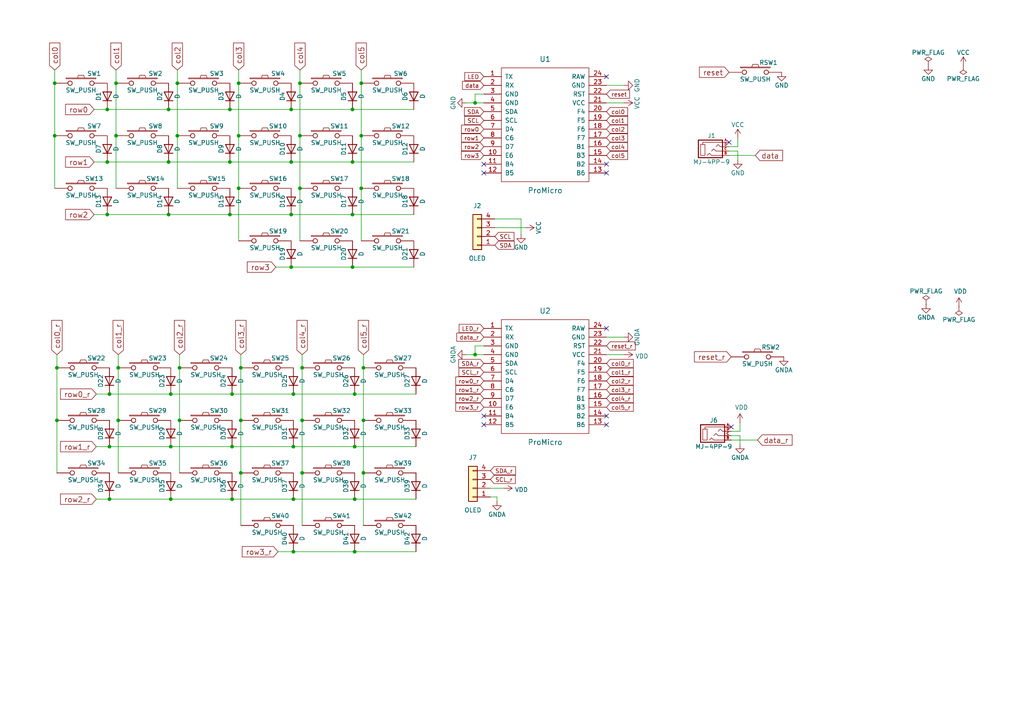
<source format=kicad_sch>
(kicad_sch (version 20211123) (generator eeschema)
  (paper "A4")
  (title_block (title "Corne Light") (date "2018-12-26") (rev "2.1") (company "foostan"))
  (lib_symbols
    (symbol "Connector_Generic:Conn_01x04" (pin_names (offset 1.016) hide)
      (property "Reference" "J" (at 0 5.08 0))
      (property "Value" "Conn_01x04" (at 0 -7.62 0))
      (symbol "Conn_01x04_1_1"
        (rectangle (start -1.27 -4.953) (end 0 -5.207) (stroke (width 0.1524)))
        (rectangle (start -1.27 -2.413) (end 0 -2.667) (stroke (width 0.1524)))
        (rectangle (start -1.27 0.127) (end 0 -0.127) (stroke (width 0.1524)))
        (rectangle (start -1.27 2.667) (end 0 2.413) (stroke (width 0.1524)))
        (rectangle (start -1.27 3.81) (end 1.27 -6.35) (stroke (width 0.254)) (fill (type background)))
        (pin passive line (at -5.08 2.54 0) (length 3.81) (name "Pin_1") (number "1"))
        (pin passive line (at -5.08 0 0) (length 3.81) (name "Pin_2") (number "2"))
        (pin passive line (at -5.08 -2.54 0) (length 3.81) (name "Pin_3") (number "3"))
        (pin passive line (at -5.08 -5.08 0) (length 3.81) (name "Pin_4") (number "4"))
      )
    )
    (symbol "Device:D" (pin_numbers hide) (pin_names (offset 1.016) hide)
      (property "Reference" "D" (at 0 2.54 0))
      (property "Value" "D" (at 0 -2.54 0))
      (symbol "D_0_1"
        (polyline (pts (xy -1.27 1.27) (xy -1.27 -1.27)) (stroke (width 0.254)))
        (polyline (pts (xy 1.27 0) (xy -1.27 0)))
        (polyline (pts (xy 1.27 1.27) (xy 1.27 -1.27) (xy -1.27 0) (xy 1.27 1.27)) (stroke (width 0.254)))
      )
      (symbol "D_1_1"
        (pin passive line (at -3.81 0 0) (length 2.54) (name "K") (number "1"))
        (pin passive line (at 3.81 0 180) (length 2.54) (name "A") (number "2"))
      )
    )
    (symbol "ferris-sweep-compact-rescue:MJ-4PP-9-kbd-corne-light-rescue" (pin_names (offset 1.016))
      (property "Reference" "J" (at 0 3.81 0))
      (property "Value" "MJ-4PP-9-kbd-corne-light-rescue" (at 0 -3.81 0))
      (symbol "MJ-4PP-9-kbd-corne-light-rescue_0_1"
        (rectangle (start -1.905 -1.905) (end -3.175 1.27))
        (polyline (pts (xy -2.54 1.27) (xy -2.54 1.905) (xy 3.175 1.905)))
        (polyline (pts (xy -1.27 -1.905) (xy -0.635 -1.27) (xy 0 -1.905) (xy 3.175 -1.905)))
        (polyline (pts (xy 0 -0.635) (xy 0.635 0) (xy 1.27 -0.635) (xy 3.175 -0.635)))
        (polyline (pts (xy 1.27 0.635) (xy 1.905 1.27) (xy 2.54 0.635) (xy 3.175 0.635)))
        (rectangle (start 3.175 2.54) (end -3.81 -2.54) (stroke (width 0.3048)))
      )
      (symbol "MJ-4PP-9-kbd-corne-light-rescue_1_1"
        (pin input line (at 5.08 1.905 180) (length 2.0066) (name "~") (number "A"))
        (pin input line (at 5.08 -1.905 180) (length 2.0066) (name "~") (number "B"))
        (pin input line (at 5.08 -0.635 180) (length 2.0066) (name "~") (number "C"))
        (pin input line (at 5.08 0.635 180) (length 2.0066) (name "~") (number "D"))
      )
    )
    (symbol "ferris-sweep-compact-rescue:ProMicro-kbd-corne-light-rescue" (pin_names (offset 1.016))
      (property "Reference" "U" (at 0 24.13 0))
      (property "Value" "ProMicro-kbd-corne-light-rescue" (at 0 -13.97 0))
      (symbol "ProMicro-kbd-corne-light-rescue_0_1"
        (rectangle (start -12.7 21.59) (end 12.7 -11.43))
      )
      (symbol "ProMicro-kbd-corne-light-rescue_1_1"
        (pin bidirectional line (at -17.78 19.05 0) (length 5.08) (name "TX") (number "1"))
        (pin bidirectional line (at -17.78 -3.81 0) (length 5.08) (name "E6") (number "10"))
        (pin bidirectional line (at -17.78 -6.35 0) (length 5.08) (name "B4") (number "11"))
        (pin bidirectional line (at -17.78 -8.89 0) (length 5.08) (name "B5") (number "12"))
        (pin bidirectional line (at 17.78 -8.89 180) (length 5.08) (name "B6") (number "13"))
        (pin bidirectional line (at 17.78 -6.35 180) (length 5.08) (name "B2") (number "14"))
        (pin bidirectional line (at 17.78 -3.81 180) (length 5.08) (name "B3") (number "15"))
        (pin bidirectional line (at 17.78 -1.27 180) (length 5.08) (name "B1") (number "16"))
        (pin bidirectional line (at 17.78 1.27 180) (length 5.08) (name "F7") (number "17"))
        (pin bidirectional line (at 17.78 3.81 180) (length 5.08) (name "F6") (number "18"))
        (pin bidirectional line (at 17.78 6.35 180) (length 5.08) (name "F5") (number "19"))
        (pin bidirectional line (at -17.78 16.51 0) (length 5.08) (name "RX") (number "2"))
        (pin bidirectional line (at 17.78 8.89 180) (length 5.08) (name "F4") (number "20"))
        (pin power_in line (at 17.78 11.43 180) (length 5.08) (name "VCC") (number "21"))
        (pin input line (at 17.78 13.97 180) (length 5.08) (name "RST") (number "22"))
        (pin power_in line (at 17.78 16.51 180) (length 5.08) (name "GND") (number "23"))
        (pin power_out line (at 17.78 19.05 180) (length 5.08) (name "RAW") (number "24"))
        (pin power_in line (at -17.78 13.97 0) (length 5.08) (name "GND") (number "3"))
        (pin power_in line (at -17.78 11.43 0) (length 5.08) (name "GND") (number "4"))
        (pin bidirectional line (at -17.78 8.89 0) (length 5.08) (name "SDA") (number "5"))
        (pin bidirectional line (at -17.78 6.35 0) (length 5.08) (name "SCL") (number "6"))
        (pin bidirectional line (at -17.78 3.81 0) (length 5.08) (name "D4") (number "7"))
        (pin bidirectional line (at -17.78 1.27 0) (length 5.08) (name "C6") (number "8"))
        (pin bidirectional line (at -17.78 -1.27 0) (length 5.08) (name "D7") (number "9"))
      )
    )
    (symbol "ferris-sweep-compact-rescue:SW_PUSH-kbd-corne-light-rescue" (pin_numbers hide) (pin_names (offset 1.016) hide)
      (property "Reference" "SW" (at 3.81 2.794 0))
      (property "Value" "SW_PUSH-kbd-corne-light-rescue" (at 0 -2.032 0))
      (symbol "SW_PUSH-kbd-corne-light-rescue_0_1"
        (rectangle (start -4.318 1.27) (end 4.318 1.524))
        (polyline (pts (xy -1.016 1.524) (xy -0.762 2.286) (xy 0.762 2.286) (xy 1.016 1.524)))
        (pin passive inverted (at -7.62 0 0) (length 5.08) (name "1") (number "1"))
        (pin passive inverted (at 7.62 0 180) (length 5.08) (name "2") (number "2"))
      )
    )
    (symbol "power:GND" (power) (pin_names (offset 0))
      (property "Value" "GND" (at 0 -3.81 0))
      (symbol "GND_0_1"
        (polyline (pts (xy 0 0) (xy 0 -1.27) (xy 1.27 -1.27) (xy 0 -2.54) (xy -1.27 -1.27) (xy 0 -1.27)))
      )
      (symbol "GND_1_1"
        (pin power_in line (at 0 0 270) (length 0) hide (name "GND") (number "1"))
      )
    )
    (symbol "power:GNDA" (power) (pin_names (offset 0))
      (property "Value" "GNDA" (at 0 -3.81 0))
      (symbol "GNDA_0_1"
        (polyline (pts (xy 0 0) (xy 0 -1.27) (xy 1.27 -1.27) (xy 0 -2.54) (xy -1.27 -1.27) (xy 0 -1.27)))
      )
      (symbol "GNDA_1_1"
        (pin power_in line (at 0 0 270) (length 0) hide (name "GNDA") (number "1"))
      )
    )
    (symbol "power:PWR_FLAG" (power) (pin_numbers hide) (pin_names (offset 0) hide)
      (property "Value" "PWR_FLAG" (at 0 3.81 0))
      (symbol "PWR_FLAG_0_0"
        (pin power_out line (at 0 0 90) (length 0) (name "pwr") (number "1"))
      )
      (symbol "PWR_FLAG_0_1"
        (polyline (pts (xy 0 0) (xy 0 1.27) (xy -1.016 1.905) (xy 0 2.54) (xy 1.016 1.905) (xy 0 1.27)))
      )
    )
    (symbol "power:VCC" (power) (pin_names (offset 0))
      (property "Value" "VCC" (at 0 3.81 0))
      (symbol "VCC_0_1"
        (polyline (pts (xy -0.762 1.27) (xy 0 2.54)))
        (polyline (pts (xy 0 0) (xy 0 2.54)))
        (polyline (pts (xy 0 2.54) (xy 0.762 1.27)))
      )
      (symbol "VCC_1_1"
        (pin power_in line (at 0 0 90) (length 0) hide (name "VCC") (number "1"))
      )
    )
    (symbol "power:VDD" (power) (pin_names (offset 0))
      (property "Value" "VDD" (at 0 3.81 0))
      (symbol "VDD_0_1"
        (polyline (pts (xy -0.762 1.27) (xy 0 2.54)))
        (polyline (pts (xy 0 0) (xy 0 2.54)))
        (polyline (pts (xy 0 2.54) (xy 0.762 1.27)))
      )
      (symbol "VDD_1_1"
        (pin power_in line (at 0 0 90) (length 0) hide (name "VDD") (number "1"))
      )
    )
  )
  (junction (at 67.31 129.54))
  (junction (at 31.115 46.99))
  (junction (at 49.53 114.3))
  (junction (at 84.455 46.99))
  (junction (at 33.655 24.13))
  (junction (at 31.115 31.75))
  (junction (at 69.85 106.68))
  (junction (at 52.07 106.68))
  (junction (at 34.29 106.68))
  (junction (at 104.775 24.13))
  (junction (at 85.09 160.02))
  (junction (at 69.215 39.37))
  (junction (at 85.09 129.54))
  (junction (at 31.75 129.54))
  (junction (at 67.31 114.3))
  (junction (at 15.875 39.37))
  (junction (at 87.63 121.92))
  (junction (at 66.675 46.99))
  (junction (at 102.235 46.99))
  (junction (at 102.235 31.75))
  (junction (at 49.53 144.78))
  (junction (at 67.31 144.78))
  (junction (at 31.75 144.78))
  (junction (at 85.09 144.78))
  (junction (at 137.795 29.845))
  (junction (at 51.435 39.37))
  (junction (at 137.795 102.87))
  (junction (at 16.51 121.92))
  (junction (at 85.09 114.3))
  (junction (at 105.41 106.68))
  (junction (at 84.455 62.23))
  (junction (at 102.87 160.02))
  (junction (at 69.215 54.61))
  (junction (at 31.115 62.23))
  (junction (at 102.87 129.54))
  (junction (at 48.895 62.23))
  (junction (at 84.455 77.47))
  (junction (at 49.53 129.54))
  (junction (at 102.235 77.47))
  (junction (at 84.455 31.75))
  (junction (at 105.41 121.92))
  (junction (at 105.41 137.16))
  (junction (at 102.87 114.3))
  (junction (at 48.895 31.75))
  (junction (at 34.29 121.92))
  (junction (at 69.85 137.16))
  (junction (at 66.675 62.23))
  (junction (at 102.235 62.23))
  (junction (at 104.775 54.61))
  (junction (at 51.435 24.13))
  (junction (at 86.995 54.61))
  (junction (at 16.51 106.68))
  (junction (at 69.85 121.92))
  (junction (at 33.655 39.37))
  (junction (at 102.87 144.78))
  (junction (at 86.995 39.37))
  (junction (at 87.63 137.16))
  (junction (at 69.215 24.13))
  (junction (at 52.07 121.92))
  (junction (at 66.675 31.75))
  (junction (at 31.75 114.3))
  (junction (at 104.775 39.37))
  (junction (at 86.995 24.13))
  (junction (at 48.895 46.99))
  (junction (at 87.63 106.68))
  (junction (at 15.875 24.13))
  (no_connect (at 175.895 123.19))
  (no_connect (at 175.895 95.25))
  (no_connect (at 175.895 50.165))
  (no_connect (at 175.895 120.65))
  (no_connect (at 140.335 120.65))
  (no_connect (at 140.335 123.19))
  (no_connect (at 140.335 50.165))
  (no_connect (at 175.895 47.625))
  (no_connect (at 140.335 47.625))
  (no_connect (at 175.895 22.225))
  (no_connect (at 211.455 41.275))
  (no_connect (at 212.09 123.825))
  (wire (pts (xy 175.895 97.79) (xy 180.975 97.79)))
  (wire (pts (xy 87.63 106.68) (xy 87.63 121.92)))
  (wire (pts (xy 34.29 102.87) (xy 34.29 106.68)))
  (wire (pts (xy 104.775 39.37) (xy 104.775 54.61)))
  (wire (pts (xy 31.75 144.78) (xy 49.53 144.78)))
  (wire (pts (xy 69.85 137.16) (xy 69.85 152.4)))
  (wire (pts (xy 69.215 24.13) (xy 69.215 39.37)))
  (wire (pts (xy 212.09 126.365) (xy 214.63 126.365)))
  (wire (pts (xy 80.645 160.02) (xy 85.09 160.02)))
  (wire (pts (xy 31.115 46.99) (xy 48.895 46.99)))
  (wire (pts (xy 31.115 62.23) (xy 48.895 62.23)))
  (wire (pts (xy 140.335 100.33) (xy 137.795 100.33)))
  (wire (pts (xy 84.455 77.47) (xy 102.235 77.47)))
  (wire (pts (xy 213.995 42.545) (xy 213.995 40.005)))
  (wire (pts (xy 48.895 62.23) (xy 66.675 62.23)))
  (wire (pts (xy 151.13 63.5) (xy 143.51 63.5)))
  (wire (pts (xy 214.63 126.365) (xy 214.63 128.905)))
  (wire (pts (xy 16.51 121.92) (xy 16.51 137.16)))
  (wire (pts (xy 27.305 62.23) (xy 31.115 62.23)))
  (wire (pts (xy 105.41 137.16) (xy 105.41 152.4)))
  (wire (pts (xy 66.675 46.99) (xy 84.455 46.99)))
  (wire (pts (xy 84.455 62.23) (xy 102.235 62.23)))
  (wire (pts (xy 102.235 46.99) (xy 120.015 46.99)))
  (wire (pts (xy 31.75 129.54) (xy 49.53 129.54)))
  (wire (pts (xy 102.235 31.75) (xy 120.015 31.75)))
  (wire (pts (xy 66.675 31.75) (xy 84.455 31.75)))
  (wire (pts (xy 102.87 129.54) (xy 120.65 129.54)))
  (wire (pts (xy 85.09 114.3) (xy 102.87 114.3)))
  (wire (pts (xy 67.31 144.78) (xy 85.09 144.78)))
  (wire (pts (xy 27.94 129.54) (xy 31.75 129.54)))
  (wire (pts (xy 175.895 24.765) (xy 180.975 24.765)))
  (wire (pts (xy 144.145 144.145) (xy 144.145 145.415)))
  (wire (pts (xy 33.655 20.32) (xy 33.655 24.13)))
  (wire (pts (xy 69.85 102.87) (xy 69.85 106.68)))
  (wire (pts (xy 31.75 114.3) (xy 49.53 114.3)))
  (wire (pts (xy 66.675 62.23) (xy 84.455 62.23)))
  (wire (pts (xy 212.09 125.095) (xy 214.63 125.095)))
  (wire (pts (xy 27.305 46.99) (xy 31.115 46.99)))
  (wire (pts (xy 51.435 20.32) (xy 51.435 24.13)))
  (wire (pts (xy 27.94 144.78) (xy 31.75 144.78)))
  (wire (pts (xy 102.87 160.02) (xy 120.65 160.02)))
  (wire (pts (xy 102.87 144.78) (xy 120.65 144.78)))
  (wire (pts (xy 52.07 102.87) (xy 52.07 106.68)))
  (wire (pts (xy 33.655 39.37) (xy 33.655 54.61)))
  (wire (pts (xy 140.335 27.305) (xy 137.795 27.305)))
  (wire (pts (xy 104.775 24.13) (xy 104.775 39.37)))
  (wire (pts (xy 104.775 20.32) (xy 104.775 24.13)))
  (wire (pts (xy 105.41 121.92) (xy 105.41 137.16)))
  (wire (pts (xy 34.29 106.68) (xy 34.29 121.92)))
  (wire (pts (xy 102.87 114.3) (xy 120.65 114.3)))
  (wire (pts (xy 143.51 66.04) (xy 152.4 66.04)))
  (wire (pts (xy 142.24 141.605) (xy 146.05 141.605)))
  (wire (pts (xy 105.41 106.68) (xy 105.41 121.92)))
  (wire (pts (xy 137.795 27.305) (xy 137.795 29.845)))
  (wire (pts (xy 137.795 100.33) (xy 137.795 102.87)))
  (wire (pts (xy 80.01 77.47) (xy 84.455 77.47)))
  (wire (pts (xy 86.995 24.13) (xy 86.995 39.37)))
  (wire (pts (xy 48.895 46.99) (xy 66.675 46.99)))
  (wire (pts (xy 49.53 144.78) (xy 67.31 144.78)))
  (wire (pts (xy 105.41 102.87) (xy 105.41 106.68)))
  (wire (pts (xy 15.875 24.13) (xy 15.875 39.37)))
  (wire (pts (xy 87.63 121.92) (xy 87.63 137.16)))
  (wire (pts (xy 151.13 67.945) (xy 151.13 63.5)))
  (wire (pts (xy 87.63 102.87) (xy 87.63 106.68)))
  (wire (pts (xy 87.63 137.16) (xy 87.63 152.4)))
  (wire (pts (xy 85.09 144.78) (xy 102.87 144.78)))
  (wire (pts (xy 51.435 24.13) (xy 51.435 39.37)))
  (wire (pts (xy 135.255 29.845) (xy 137.795 29.845)))
  (wire (pts (xy 85.09 160.02) (xy 102.87 160.02)))
  (wire (pts (xy 69.215 20.32) (xy 69.215 24.13)))
  (wire (pts (xy 137.795 29.845) (xy 140.335 29.845)))
  (wire (pts (xy 85.09 129.54) (xy 102.87 129.54)))
  (wire (pts (xy 211.455 42.545) (xy 213.995 42.545)))
  (wire (pts (xy 49.53 114.3) (xy 67.31 114.3)))
  (wire (pts (xy 175.895 29.845) (xy 180.975 29.845)))
  (wire (pts (xy 51.435 39.37) (xy 51.435 54.61)))
  (wire (pts (xy 102.235 77.47) (xy 120.015 77.47)))
  (wire (pts (xy 27.305 31.75) (xy 31.115 31.75)))
  (wire (pts (xy 211.455 43.815) (xy 213.995 43.815)))
  (wire (pts (xy 135.255 102.87) (xy 137.795 102.87)))
  (wire (pts (xy 15.875 39.37) (xy 15.875 54.61)))
  (wire (pts (xy 15.875 20.32) (xy 15.875 24.13)))
  (wire (pts (xy 214.63 125.095) (xy 214.63 122.555)))
  (wire (pts (xy 175.895 102.87) (xy 180.975 102.87)))
  (wire (pts (xy 102.235 62.23) (xy 120.015 62.23)))
  (wire (pts (xy 213.995 43.815) (xy 213.995 46.355)))
  (wire (pts (xy 67.31 114.3) (xy 85.09 114.3)))
  (wire (pts (xy 84.455 46.99) (xy 102.235 46.99)))
  (wire (pts (xy 16.51 102.87) (xy 16.51 106.68)))
  (wire (pts (xy 49.53 129.54) (xy 67.31 129.54)))
  (wire (pts (xy 211.455 45.085) (xy 219.075 45.085)))
  (wire (pts (xy 212.09 127.635) (xy 219.71 127.635)))
  (wire (pts (xy 86.995 20.32) (xy 86.995 24.13)))
  (wire (pts (xy 33.655 24.13) (xy 33.655 39.37)))
  (wire (pts (xy 69.215 39.37) (xy 69.215 54.61)))
  (wire (pts (xy 48.895 31.75) (xy 66.675 31.75)))
  (wire (pts (xy 86.995 54.61) (xy 86.995 69.85)))
  (wire (pts (xy 142.24 144.145) (xy 144.145 144.145)))
  (wire (pts (xy 86.995 39.37) (xy 86.995 54.61)))
  (wire (pts (xy 137.795 102.87) (xy 140.335 102.87)))
  (wire (pts (xy 67.31 129.54) (xy 85.09 129.54)))
  (wire (pts (xy 52.07 121.92) (xy 52.07 137.16)))
  (wire (pts (xy 31.115 31.75) (xy 48.895 31.75)))
  (wire (pts (xy 27.94 114.3) (xy 31.75 114.3)))
  (wire (pts (xy 16.51 106.68) (xy 16.51 121.92)))
  (wire (pts (xy 69.85 121.92) (xy 69.85 137.16)))
  (wire (pts (xy 104.775 54.61) (xy 104.775 69.85)))
  (wire (pts (xy 34.29 121.92) (xy 34.29 137.16)))
  (wire (pts (xy 52.07 106.68) (xy 52.07 121.92)))
  (wire (pts (xy 69.215 54.61) (xy 69.215 69.85)))
  (wire (pts (xy 84.455 31.75) (xy 102.235 31.75)))
  (wire (pts (xy 69.85 106.68) (xy 69.85 121.92)))
  (global_label "col4_r" (shape input) (at 87.63 102.87 90) (effects (font (size 1.524 1.524))) (property "Intersheet References" "${INTERSHEET_REFS}" (effects hide)))
  (global_label "SDA_r" (shape input) (at 142.24 136.525 0) (effects (font (size 1.1938 1.1938))) (property "Intersheet References" "${INTERSHEET_REFS}" (effects hide)))
  (global_label "col3" (shape input) (at 175.895 40.005 0) (effects (font (size 1.1938 1.1938))) (property "Intersheet References" "${INTERSHEET_REFS}" (effects hide)))
  (global_label "col0_r" (shape input) (at 175.895 105.41 0) (effects (font (size 1.1938 1.1938))) (property "Intersheet References" "${INTERSHEET_REFS}" (effects hide)))
  (global_label "SCL" (shape input) (at 140.335 34.925 180) (effects (font (size 1.1938 1.1938))) (property "Intersheet References" "${INTERSHEET_REFS}" (effects hide)))
  (global_label "row0_r" (shape input) (at 140.335 110.49 180) (effects (font (size 1.1938 1.1938))) (property "Intersheet References" "${INTERSHEET_REFS}" (effects hide)))
  (global_label "row2_r" (shape input) (at 27.94 144.78 180) (effects (font (size 1.524 1.524))) (property "Intersheet References" "${INTERSHEET_REFS}" (effects hide)))
  (global_label "col5" (shape input) (at 104.775 20.32 90) (effects (font (size 1.524 1.524))) (property "Intersheet References" "${INTERSHEET_REFS}" (effects hide)))
  (global_label "col3_r" (shape input) (at 175.895 113.03 0) (effects (font (size 1.1938 1.1938))) (property "Intersheet References" "${INTERSHEET_REFS}" (effects hide)))
  (global_label "row0" (shape input) (at 140.335 37.465 180) (effects (font (size 1.1938 1.1938))) (property "Intersheet References" "${INTERSHEET_REFS}" (effects hide)))
  (global_label "col2" (shape input) (at 51.435 20.32 90) (effects (font (size 1.524 1.524))) (property "Intersheet References" "${INTERSHEET_REFS}" (effects hide)))
  (global_label "reset_r" (shape input) (at 212.09 103.505 180) (effects (font (size 1.524 1.524))) (property "Intersheet References" "${INTERSHEET_REFS}" (effects hide)))
  (global_label "LED_r" (shape input) (at 140.335 95.25 180) (effects (font (size 1.1938 1.1938))) (property "Intersheet References" "${INTERSHEET_REFS}" (effects hide)))
  (global_label "row0" (shape input) (at 27.305 31.75 180) (effects (font (size 1.524 1.524))) (property "Intersheet References" "${INTERSHEET_REFS}" (effects hide)))
  (global_label "col5" (shape input) (at 175.895 45.085 0) (effects (font (size 1.1938 1.1938))) (property "Intersheet References" "${INTERSHEET_REFS}" (effects hide)))
  (global_label "col2" (shape input) (at 175.895 37.465 0) (effects (font (size 1.1938 1.1938))) (property "Intersheet References" "${INTERSHEET_REFS}" (effects hide)))
  (global_label "row2" (shape input) (at 140.335 42.545 180) (effects (font (size 1.1938 1.1938))) (property "Intersheet References" "${INTERSHEET_REFS}" (effects hide)))
  (global_label "row1" (shape input) (at 27.305 46.99 180) (effects (font (size 1.524 1.524))) (property "Intersheet References" "${INTERSHEET_REFS}" (effects hide)))
  (global_label "row3" (shape input) (at 80.01 77.47 180) (effects (font (size 1.524 1.524))) (property "Intersheet References" "${INTERSHEET_REFS}" (effects hide)))
  (global_label "col4_r" (shape input) (at 175.895 115.57 0) (effects (font (size 1.1938 1.1938))) (property "Intersheet References" "${INTERSHEET_REFS}" (effects hide)))
  (global_label "col0" (shape input) (at 175.895 32.385 0) (effects (font (size 1.1938 1.1938))) (property "Intersheet References" "${INTERSHEET_REFS}" (effects hide)))
  (global_label "reset_r" (shape input) (at 175.895 100.33 0) (effects (font (size 1.1938 1.1938))) (property "Intersheet References" "${INTERSHEET_REFS}" (effects hide)))
  (global_label "col0_r" (shape input) (at 16.51 102.87 90) (effects (font (size 1.524 1.524))) (property "Intersheet References" "${INTERSHEET_REFS}" (effects hide)))
  (global_label "col5_r" (shape input) (at 175.895 118.11 0) (effects (font (size 1.1938 1.1938))) (property "Intersheet References" "${INTERSHEET_REFS}" (effects hide)))
  (global_label "SDA" (shape input) (at 140.335 32.385 180) (effects (font (size 1.1938 1.1938))) (property "Intersheet References" "${INTERSHEET_REFS}" (effects hide)))
  (global_label "SDA" (shape input) (at 143.51 71.12 0) (effects (font (size 1.1938 1.1938))) (property "Intersheet References" "${INTERSHEET_REFS}" (effects hide)))
  (global_label "col4" (shape input) (at 86.995 20.32 90) (effects (font (size 1.524 1.524))) (property "Intersheet References" "${INTERSHEET_REFS}" (effects hide)))
  (global_label "data_r" (shape input) (at 219.71 127.635 0) (effects (font (size 1.524 1.524))) (property "Intersheet References" "${INTERSHEET_REFS}" (effects hide)))
  (global_label "col3" (shape input) (at 69.215 20.32 90) (effects (font (size 1.524 1.524))) (property "Intersheet References" "${INTERSHEET_REFS}" (effects hide)))
  (global_label "row0_r" (shape input) (at 27.94 114.3 180) (effects (font (size 1.524 1.524))) (property "Intersheet References" "${INTERSHEET_REFS}" (effects hide)))
  (global_label "col1" (shape input) (at 175.895 34.925 0) (effects (font (size 1.1938 1.1938))) (property "Intersheet References" "${INTERSHEET_REFS}" (effects hide)))
  (global_label "col5_r" (shape input) (at 105.41 102.87 90) (effects (font (size 1.524 1.524))) (property "Intersheet References" "${INTERSHEET_REFS}" (effects hide)))
  (global_label "col1_r" (shape input) (at 34.29 102.87 90) (effects (font (size 1.524 1.524))) (property "Intersheet References" "${INTERSHEET_REFS}" (effects hide)))
  (global_label "col3_r" (shape input) (at 69.85 102.87 90) (effects (font (size 1.524 1.524))) (property "Intersheet References" "${INTERSHEET_REFS}" (effects hide)))
  (global_label "LED" (shape input) (at 140.335 22.225 180) (effects (font (size 1.1938 1.1938))) (property "Intersheet References" "${INTERSHEET_REFS}" (effects hide)))
  (global_label "SCL_r" (shape input) (at 142.24 139.065 0) (effects (font (size 1.1938 1.1938))) (property "Intersheet References" "${INTERSHEET_REFS}" (effects hide)))
  (global_label "col0" (shape input) (at 15.875 20.32 90) (effects (font (size 1.524 1.524))) (property "Intersheet References" "${INTERSHEET_REFS}" (effects hide)))
  (global_label "reset" (shape input) (at 211.455 20.955 180) (effects (font (size 1.524 1.524))) (property "Intersheet References" "${INTERSHEET_REFS}" (effects hide)))
  (global_label "SCL" (shape input) (at 143.51 68.58 0) (effects (font (size 1.1938 1.1938))) (property "Intersheet References" "${INTERSHEET_REFS}" (effects hide)))
  (global_label "col1" (shape input) (at 33.655 20.32 90) (effects (font (size 1.524 1.524))) (property "Intersheet References" "${INTERSHEET_REFS}" (effects hide)))
  (global_label "row3_r" (shape input) (at 80.645 160.02 180) (effects (font (size 1.524 1.524))) (property "Intersheet References" "${INTERSHEET_REFS}" (effects hide)))
  (global_label "SDA_r" (shape input) (at 140.335 105.41 180) (effects (font (size 1.1938 1.1938))) (property "Intersheet References" "${INTERSHEET_REFS}" (effects hide)))
  (global_label "row3_r" (shape input) (at 140.335 118.11 180) (effects (font (size 1.1938 1.1938))) (property "Intersheet References" "${INTERSHEET_REFS}" (effects hide)))
  (global_label "row2_r" (shape input) (at 140.335 115.57 180) (effects (font (size 1.1938 1.1938))) (property "Intersheet References" "${INTERSHEET_REFS}" (effects hide)))
  (global_label "row1_r" (shape input) (at 140.335 113.03 180) (effects (font (size 1.1938 1.1938))) (property "Intersheet References" "${INTERSHEET_REFS}" (effects hide)))
  (global_label "row2" (shape input) (at 27.305 62.23 180) (effects (font (size 1.524 1.524))) (property "Intersheet References" "${INTERSHEET_REFS}" (effects hide)))
  (global_label "row3" (shape input) (at 140.335 45.085 180) (effects (font (size 1.1938 1.1938))) (property "Intersheet References" "${INTERSHEET_REFS}" (effects hide)))
  (global_label "row1_r" (shape input) (at 27.94 129.54 180) (effects (font (size 1.524 1.524))) (property "Intersheet References" "${INTERSHEET_REFS}" (effects hide)))
  (global_label "data" (shape input) (at 219.075 45.085 0) (effects (font (size 1.524 1.524))) (property "Intersheet References" "${INTERSHEET_REFS}" (effects hide)))
  (global_label "data_r" (shape input) (at 140.335 97.79 180) (effects (font (size 1.1938 1.1938))) (property "Intersheet References" "${INTERSHEET_REFS}" (effects hide)))
  (global_label "data" (shape input) (at 140.335 24.765 180) (effects (font (size 1.1938 1.1938))) (property "Intersheet References" "${INTERSHEET_REFS}" (effects hide)))
  (global_label "row1" (shape input) (at 140.335 40.005 180) (effects (font (size 1.1938 1.1938))) (property "Intersheet References" "${INTERSHEET_REFS}" (effects hide)))
  (global_label "SCL_r" (shape input) (at 140.335 107.95 180) (effects (font (size 1.1938 1.1938))) (property "Intersheet References" "${INTERSHEET_REFS}" (effects hide)))
  (global_label "col2_r" (shape input) (at 175.895 110.49 0) (effects (font (size 1.1938 1.1938))) (property "Intersheet References" "${INTERSHEET_REFS}" (effects hide)))
  (global_label "col2_r" (shape input) (at 52.07 102.87 90) (effects (font (size 1.524 1.524))) (property "Intersheet References" "${INTERSHEET_REFS}" (effects hide)))
  (global_label "col4" (shape input) (at 175.895 42.545 0) (effects (font (size 1.1938 1.1938))) (property "Intersheet References" "${INTERSHEET_REFS}" (effects hide)))
  (global_label "col1_r" (shape input) (at 175.895 107.95 0) (effects (font (size 1.1938 1.1938))) (property "Intersheet References" "${INTERSHEET_REFS}" (effects hide)))
  (global_label "reset" (shape input) (at 175.895 27.305 0) (effects (font (size 1.1938 1.1938))) (property "Intersheet References" "${INTERSHEET_REFS}" (effects hide)))
  (symbol (lib_id "ferris-sweep-compact-rescue:ProMicro-kbd-corne-light-rescue") (at 158.115 41.275 0) (unit 1)
    (property "Reference" "U1" (at 158.115 17.145 0) (effects (font (size 1.524 1.524))))
    (property "Value" "ProMicro" (at 158.115 55.245 0) (effects (font (size 1.524 1.524))))
    (property "Footprint" "kbd:ProMicro_v2_1side" (effects hide))
  )
  (symbol (lib_id "ferris-sweep-compact-rescue:SW_PUSH-kbd-corne-light-rescue") (at 41.275 24.13 0) (unit 1)
    (property "Reference" "SW2" (at 45.085 21.336 0))
    (property "Value" "SW_PUSH" (at 41.275 26.162 0))
    (property "Footprint" "kbd:CherryMX_Choc_1u" (effects hide))
  )
  (symbol (lib_id "Device:D") (at 48.895 27.94 90) (unit 1)
    (property "Reference" "D2" (at 46.355 27.94 0))
    (property "Value" "D" (at 51.435 27.94 0))
    (property "Footprint" "kbd:D3_TH" (effects hide))
  )
  (symbol (lib_id "ferris-sweep-compact-rescue:SW_PUSH-kbd-corne-light-rescue") (at 59.055 24.13 0) (unit 1)
    (property "Reference" "SW3" (at 62.865 21.336 0))
    (property "Value" "SW_PUSH" (at 59.055 26.162 0))
    (property "Footprint" "kbd:CherryMX_Choc_1u" (effects hide))
  )
  (symbol (lib_id "Device:D") (at 66.675 27.94 90) (unit 1)
    (property "Reference" "D3" (at 64.135 27.94 0))
    (property "Value" "D" (at 69.215 27.94 0))
    (property "Footprint" "kbd:D3_TH" (effects hide))
  )
  (symbol (lib_id "ferris-sweep-compact-rescue:SW_PUSH-kbd-corne-light-rescue") (at 76.835 24.13 0) (unit 1)
    (property "Reference" "SW4" (at 80.645 21.336 0))
    (property "Value" "SW_PUSH" (at 76.835 26.162 0))
    (property "Footprint" "kbd:CherryMX_Choc_1u" (effects hide))
  )
  (symbol (lib_id "ferris-sweep-compact-rescue:SW_PUSH-kbd-corne-light-rescue") (at 94.615 24.13 0) (unit 1)
    (property "Reference" "SW5" (at 98.425 21.336 0))
    (property "Value" "SW_PUSH" (at 94.615 26.162 0))
    (property "Footprint" "kbd:CherryMX_Choc_1u" (effects hide))
  )
  (symbol (lib_id "ferris-sweep-compact-rescue:SW_PUSH-kbd-corne-light-rescue") (at 112.395 24.13 0) (unit 1)
    (property "Reference" "SW6" (at 116.205 21.336 0))
    (property "Value" "SW_PUSH" (at 112.395 26.162 0))
    (property "Footprint" "kbd:CherryMX_Choc_1u" (effects hide))
  )
  (symbol (lib_id "Device:D") (at 84.455 27.94 90) (unit 1)
    (property "Reference" "D4" (at 81.915 27.94 0))
    (property "Value" "D" (at 86.995 27.94 0))
    (property "Footprint" "kbd:D3_TH" (effects hide))
  )
  (symbol (lib_id "Device:D") (at 102.235 27.94 90) (unit 1)
    (property "Reference" "D5" (at 99.695 27.94 0))
    (property "Value" "D" (at 104.775 27.94 0))
    (property "Footprint" "kbd:D3_TH" (effects hide))
  )
  (symbol (lib_id "Device:D") (at 120.015 27.94 90) (unit 1)
    (property "Reference" "D6" (at 117.475 27.94 0))
    (property "Value" "D" (at 122.555 27.94 0))
    (property "Footprint" "kbd:D3_TH" (effects hide))
  )
  (symbol (lib_id "ferris-sweep-compact-rescue:SW_PUSH-kbd-corne-light-rescue") (at 23.495 24.13 0) (unit 1)
    (property "Reference" "SW1" (at 27.305 21.336 0))
    (property "Value" "SW_PUSH" (at 23.495 26.162 0))
    (property "Footprint" "kbd:CherryMX_Choc_1u" (effects hide))
  )
  (symbol (lib_id "Device:D") (at 31.115 27.94 90) (unit 1)
    (property "Reference" "D1" (at 28.575 27.94 0))
    (property "Value" "D" (at 33.655 27.94 0))
    (property "Footprint" "kbd:D3_TH" (effects hide))
  )
  (symbol (lib_id "ferris-sweep-compact-rescue:SW_PUSH-kbd-corne-light-rescue") (at 41.275 39.37 0) (unit 1)
    (property "Reference" "SW8" (at 45.085 36.576 0))
    (property "Value" "SW_PUSH" (at 41.275 41.402 0))
    (property "Footprint" "kbd:CherryMX_Choc_1u" (effects hide))
  )
  (symbol (lib_id "Device:D") (at 48.895 43.18 90) (unit 1)
    (property "Reference" "D8" (at 46.355 43.18 0))
    (property "Value" "D" (at 51.435 43.18 0))
    (property "Footprint" "kbd:D3_TH" (effects hide))
  )
  (symbol (lib_id "ferris-sweep-compact-rescue:SW_PUSH-kbd-corne-light-rescue") (at 59.055 39.37 0) (unit 1)
    (property "Reference" "SW9" (at 62.865 36.576 0))
    (property "Value" "SW_PUSH" (at 59.055 41.402 0))
    (property "Footprint" "kbd:CherryMX_Choc_1u" (effects hide))
  )
  (symbol (lib_id "Device:D") (at 66.675 43.18 90) (unit 1)
    (property "Reference" "D9" (at 64.135 43.18 0))
    (property "Value" "D" (at 69.215 43.18 0))
    (property "Footprint" "kbd:D3_TH" (effects hide))
  )
  (symbol (lib_id "ferris-sweep-compact-rescue:SW_PUSH-kbd-corne-light-rescue") (at 76.835 39.37 0) (unit 1)
    (property "Reference" "SW10" (at 80.645 36.576 0))
    (property "Value" "SW_PUSH" (at 76.835 41.402 0))
    (property "Footprint" "kbd:CherryMX_Choc_1u" (effects hide))
  )
  (symbol (lib_id "ferris-sweep-compact-rescue:SW_PUSH-kbd-corne-light-rescue") (at 94.615 39.37 0) (unit 1)
    (property "Reference" "SW11" (at 98.425 36.576 0))
    (property "Value" "SW_PUSH" (at 94.615 41.402 0))
    (property "Footprint" "kbd:CherryMX_Choc_1u" (effects hide))
  )
  (symbol (lib_id "ferris-sweep-compact-rescue:SW_PUSH-kbd-corne-light-rescue") (at 112.395 39.37 0) (unit 1)
    (property "Reference" "SW12" (at 116.205 36.576 0))
    (property "Value" "SW_PUSH" (at 112.395 41.402 0))
    (property "Footprint" "kbd:CherryMX_Choc_1u" (effects hide))
  )
  (symbol (lib_id "Device:D") (at 84.455 43.18 90) (unit 1)
    (property "Reference" "D10" (at 81.915 43.18 0))
    (property "Value" "D" (at 86.995 43.18 0))
    (property "Footprint" "kbd:D3_TH" (effects hide))
  )
  (symbol (lib_id "Device:D") (at 102.235 43.18 90) (unit 1)
    (property "Reference" "D11" (at 99.695 43.18 0))
    (property "Value" "D" (at 104.775 43.18 0))
    (property "Footprint" "kbd:D3_TH" (effects hide))
  )
  (symbol (lib_id "Device:D") (at 120.015 43.18 90) (unit 1)
    (property "Reference" "D12" (at 117.475 43.18 0))
    (property "Value" "D" (at 122.555 43.18 0))
    (property "Footprint" "kbd:D3_TH" (effects hide))
  )
  (symbol (lib_id "ferris-sweep-compact-rescue:SW_PUSH-kbd-corne-light-rescue") (at 23.495 39.37 0) (unit 1)
    (property "Reference" "SW7" (at 27.305 36.576 0))
    (property "Value" "SW_PUSH" (at 23.495 41.402 0))
    (property "Footprint" "kbd:CherryMX_Choc_1u" (effects hide))
  )
  (symbol (lib_id "Device:D") (at 31.115 43.18 90) (unit 1)
    (property "Reference" "D7" (at 28.575 43.18 0))
    (property "Value" "D" (at 33.655 43.18 0))
    (property "Footprint" "kbd:D3_TH" (effects hide))
  )
  (symbol (lib_id "ferris-sweep-compact-rescue:SW_PUSH-kbd-corne-light-rescue") (at 41.275 54.61 0) (unit 1)
    (property "Reference" "SW14" (at 45.085 51.816 0))
    (property "Value" "SW_PUSH" (at 41.275 56.642 0))
    (property "Footprint" "kbd:CherryMX_Choc_1u" (effects hide))
  )
  (symbol (lib_id "Device:D") (at 48.895 58.42 90) (unit 1)
    (property "Reference" "D14" (at 46.355 58.42 0))
    (property "Value" "D" (at 51.435 58.42 0))
    (property "Footprint" "kbd:D3_TH" (effects hide))
  )
  (symbol (lib_id "ferris-sweep-compact-rescue:SW_PUSH-kbd-corne-light-rescue") (at 59.055 54.61 0) (unit 1)
    (property "Reference" "SW15" (at 62.865 51.816 0))
    (property "Value" "SW_PUSH" (at 59.055 56.642 0))
    (property "Footprint" "kbd:CherryMX_Choc_1u" (effects hide))
  )
  (symbol (lib_id "Device:D") (at 66.675 58.42 90) (unit 1)
    (property "Reference" "D15" (at 64.135 58.42 0))
    (property "Value" "D" (at 69.215 58.42 0))
    (property "Footprint" "kbd:D3_TH" (effects hide))
  )
  (symbol (lib_id "ferris-sweep-compact-rescue:SW_PUSH-kbd-corne-light-rescue") (at 76.835 54.61 0) (unit 1)
    (property "Reference" "SW16" (at 80.645 51.816 0))
    (property "Value" "SW_PUSH" (at 76.835 56.642 0))
    (property "Footprint" "kbd:CherryMX_Choc_1u" (effects hide))
  )
  (symbol (lib_id "ferris-sweep-compact-rescue:SW_PUSH-kbd-corne-light-rescue") (at 94.615 54.61 0) (unit 1)
    (property "Reference" "SW17" (at 98.425 51.816 0))
    (property "Value" "SW_PUSH" (at 94.615 56.642 0))
    (property "Footprint" "kbd:CherryMX_Choc_1u" (effects hide))
  )
  (symbol (lib_id "ferris-sweep-compact-rescue:SW_PUSH-kbd-corne-light-rescue") (at 112.395 54.61 0) (unit 1)
    (property "Reference" "SW18" (at 116.205 51.816 0))
    (property "Value" "SW_PUSH" (at 112.395 56.642 0))
    (property "Footprint" "kbd:CherryMX_Choc_1u" (effects hide))
  )
  (symbol (lib_id "Device:D") (at 84.455 58.42 90) (unit 1)
    (property "Reference" "D16" (at 81.915 58.42 0))
    (property "Value" "D" (at 86.995 58.42 0))
    (property "Footprint" "kbd:D3_TH" (effects hide))
  )
  (symbol (lib_id "Device:D") (at 102.235 58.42 90) (unit 1)
    (property "Reference" "D17" (at 99.695 58.42 0))
    (property "Value" "D" (at 104.775 58.42 0))
    (property "Footprint" "kbd:D3_TH" (effects hide))
  )
  (symbol (lib_id "Device:D") (at 120.015 58.42 90) (unit 1)
    (property "Reference" "D18" (at 117.475 58.42 0))
    (property "Value" "D" (at 122.555 58.42 0))
    (property "Footprint" "kbd:D3_TH" (effects hide))
  )
  (symbol (lib_id "ferris-sweep-compact-rescue:SW_PUSH-kbd-corne-light-rescue") (at 23.495 54.61 0) (unit 1)
    (property "Reference" "SW13" (at 27.305 51.816 0))
    (property "Value" "SW_PUSH" (at 23.495 56.642 0))
    (property "Footprint" "kbd:CherryMX_Choc_1u" (effects hide))
  )
  (symbol (lib_id "Device:D") (at 31.115 58.42 90) (unit 1)
    (property "Reference" "D13" (at 28.575 58.42 0))
    (property "Value" "D" (at 33.655 58.42 0))
    (property "Footprint" "kbd:D3_TH" (effects hide))
  )
  (symbol (lib_id "ferris-sweep-compact-rescue:SW_PUSH-kbd-corne-light-rescue") (at 94.615 69.85 0) (unit 1)
    (property "Reference" "SW20" (at 98.425 67.056 0))
    (property "Value" "SW_PUSH" (at 94.615 71.882 0))
    (property "Footprint" "kbd:CherryMX_Choc_1u" (effects hide))
  )
  (symbol (lib_id "Device:D") (at 102.235 73.66 90) (unit 1)
    (property "Reference" "D20" (at 99.695 73.66 0))
    (property "Value" "D" (at 104.775 73.66 0))
    (property "Footprint" "kbd:D3_TH" (effects hide))
  )
  (symbol (lib_id "ferris-sweep-compact-rescue:SW_PUSH-kbd-corne-light-rescue") (at 112.395 69.85 0) (unit 1)
    (property "Reference" "SW21" (at 116.205 67.056 0))
    (property "Value" "SW_PUSH" (at 112.395 71.882 0))
    (property "Footprint" "kbd:CherryMX_Choc_1.5u" (effects hide))
  )
  (symbol (lib_id "Device:D") (at 120.015 73.66 90) (unit 1)
    (property "Reference" "D21" (at 117.475 73.66 0))
    (property "Value" "D" (at 122.555 73.66 0))
    (property "Footprint" "kbd:D3_TH" (effects hide))
  )
  (symbol (lib_id "ferris-sweep-compact-rescue:SW_PUSH-kbd-corne-light-rescue") (at 76.835 69.85 0) (unit 1)
    (property "Reference" "SW19" (at 80.645 67.056 0))
    (property "Value" "SW_PUSH" (at 76.835 71.882 0))
    (property "Footprint" "kbd:CherryMX_Choc_1u" (effects hide))
  )
  (symbol (lib_id "Device:D") (at 84.455 73.66 90) (unit 1)
    (property "Reference" "D19" (at 81.915 73.66 0))
    (property "Value" "D" (at 86.995 73.66 0))
    (property "Footprint" "kbd:D3_TH" (effects hide))
  )
  (symbol (lib_id "power:GND") (at 180.975 24.765 90) (unit 1)
    (property "Reference" "#PWR03" (effects hide))
    (property "Value" "GND" (at 184.785 24.765 0))
  )
  (symbol (lib_id "power:VCC") (at 180.975 29.845 270) (unit 1)
    (property "Reference" "#PWR05" (effects hide))
    (property "Value" "VCC" (at 184.785 29.845 0))
  )
  (symbol (lib_id "power:GND") (at 135.255 29.845 270) (unit 1)
    (property "Reference" "#PWR04" (effects hide))
    (property "Value" "GND" (at 131.445 29.845 0))
  )
  (symbol (lib_id "power:GND") (at 269.24 19.05 0) (unit 1)
    (property "Reference" "#PWR01" (effects hide))
    (property "Value" "GND" (at 269.24 22.86 0))
  )
  (symbol (lib_id "power:VCC") (at 279.4 19.05 0) (unit 1)
    (property "Reference" "#PWR02" (effects hide))
    (property "Value" "VCC" (at 279.4 15.24 0))
  )
  (symbol (lib_id "power:PWR_FLAG") (at 279.4 19.05 180) (unit 1)
    (property "Reference" "#FLG02" (effects hide))
    (property "Value" "PWR_FLAG" (at 279.4 22.86 0))
  )
  (symbol (lib_id "power:PWR_FLAG") (at 269.24 19.05 0) (unit 1)
    (property "Reference" "#FLG01" (effects hide))
    (property "Value" "PWR_FLAG" (at 269.24 15.24 0))
  )
  (symbol (lib_id "ferris-sweep-compact-rescue:SW_PUSH-kbd-corne-light-rescue") (at 219.075 20.955 0) (unit 1)
    (property "Reference" "RSW1" (at 222.885 18.161 0))
    (property "Value" "SW_PUSH" (at 219.075 22.987 0))
    (property "Footprint" "kbd:ResetSW_1side" (effects hide))
  )
  (symbol (lib_id "power:GND") (at 226.695 20.955 0) (unit 1)
    (property "Reference" "#PWR07" (effects hide))
    (property "Value" "GND" (at 226.695 24.765 0))
  )
  (symbol (lib_id "power:VCC") (at 213.995 40.005 0) (unit 1)
    (property "Reference" "#PWR06" (effects hide))
    (property "Value" "VCC" (at 213.995 36.195 0))
  )
  (symbol (lib_id "power:GND") (at 213.995 46.355 0) (unit 1)
    (property "Reference" "#PWR08" (effects hide))
    (property "Value" "GND" (at 213.995 50.165 0))
  )
  (symbol (lib_id "Connector_Generic:Conn_01x04") (at 138.43 68.58 180) (unit 1)
    (property "Reference" "J2" (at 138.43 59.69 0))
    (property "Value" "OLED" (at 138.43 74.93 0))
    (property "Footprint" "kbd:OLED_1side" (effects hide))
  )
  (symbol (lib_id "power:GND") (at 151.13 67.945 0) (unit 1)
    (property "Reference" "#PWR019" (effects hide))
    (property "Value" "GND" (at 151.13 71.755 0))
  )
  (symbol (lib_id "power:VCC") (at 152.4 66.04 270) (unit 1)
    (property "Reference" "#PWR018" (effects hide))
    (property "Value" "VCC" (at 156.21 66.04 0))
  )
  (symbol (lib_id "ferris-sweep-compact-rescue:MJ-4PP-9-kbd-corne-light-rescue") (at 206.375 43.18 0) (unit 1)
    (property "Reference" "J1" (at 206.375 39.37 0))
    (property "Value" "MJ-4PP-9" (at 206.375 46.99 0))
    (property "Footprint" "kbd:MJ-4PP-9_1side" (effects hide))
  )
  (symbol (lib_id "ferris-sweep-compact-rescue:ProMicro-kbd-corne-light-rescue") (at 158.115 114.3 0) (unit 1)
    (property "Reference" "U2" (at 158.115 90.17 0) (effects (font (size 1.524 1.524))))
    (property "Value" "ProMicro" (at 158.115 128.27 0) (effects (font (size 1.524 1.524))))
    (property "Footprint" "kbd:ProMicro_v2_1side" (effects hide))
  )
  (symbol (lib_id "ferris-sweep-compact-rescue:SW_PUSH-kbd-corne-light-rescue") (at 41.91 106.68 0) (unit 1)
    (property "Reference" "SW23" (at 45.72 103.886 0))
    (property "Value" "SW_PUSH" (at 41.91 108.712 0))
    (property "Footprint" "kbd:CherryMX_Choc_1u" (effects hide))
  )
  (symbol (lib_id "Device:D") (at 49.53 110.49 90) (unit 1)
    (property "Reference" "D23" (at 46.99 110.49 0))
    (property "Value" "D" (at 52.07 110.49 0))
    (property "Footprint" "kbd:D3_TH" (effects hide))
  )
  (symbol (lib_id "ferris-sweep-compact-rescue:SW_PUSH-kbd-corne-light-rescue") (at 59.69 106.68 0) (unit 1)
    (property "Reference" "SW24" (at 63.5 103.886 0))
    (property "Value" "SW_PUSH" (at 59.69 108.712 0))
    (property "Footprint" "kbd:CherryMX_Choc_1u" (effects hide))
  )
  (symbol (lib_id "Device:D") (at 67.31 110.49 90) (unit 1)
    (property "Reference" "D24" (at 64.77 110.49 0))
    (property "Value" "D" (at 69.85 110.49 0))
    (property "Footprint" "kbd:D3_TH" (effects hide))
  )
  (symbol (lib_id "ferris-sweep-compact-rescue:SW_PUSH-kbd-corne-light-rescue") (at 77.47 106.68 0) (unit 1)
    (property "Reference" "SW25" (at 81.28 103.886 0))
    (property "Value" "SW_PUSH" (at 77.47 108.712 0))
    (property "Footprint" "kbd:CherryMX_Choc_1u" (effects hide))
  )
  (symbol (lib_id "ferris-sweep-compact-rescue:SW_PUSH-kbd-corne-light-rescue") (at 95.25 106.68 0) (unit 1)
    (property "Reference" "SW26" (at 99.06 103.886 0))
    (property "Value" "SW_PUSH" (at 95.25 108.712 0))
    (property "Footprint" "kbd:CherryMX_Choc_1u" (effects hide))
  )
  (symbol (lib_id "ferris-sweep-compact-rescue:SW_PUSH-kbd-corne-light-rescue") (at 113.03 106.68 0) (unit 1)
    (property "Reference" "SW27" (at 116.84 103.886 0))
    (property "Value" "SW_PUSH" (at 113.03 108.712 0))
    (property "Footprint" "kbd:CherryMX_Choc_1u" (effects hide))
  )
  (symbol (lib_id "Device:D") (at 85.09 110.49 90) (unit 1)
    (property "Reference" "D25" (at 82.55 110.49 0))
    (property "Value" "D" (at 87.63 110.49 0))
    (property "Footprint" "kbd:D3_TH" (effects hide))
  )
  (symbol (lib_id "Device:D") (at 102.87 110.49 90) (unit 1)
    (property "Reference" "D26" (at 100.33 110.49 0))
    (property "Value" "D" (at 105.41 110.49 0))
    (property "Footprint" "kbd:D3_TH" (effects hide))
  )
  (symbol (lib_id "Device:D") (at 120.65 110.49 90) (unit 1)
    (property "Reference" "D27" (at 118.11 110.49 0))
    (property "Value" "D" (at 123.19 110.49 0))
    (property "Footprint" "kbd:D3_TH" (effects hide))
  )
  (symbol (lib_id "ferris-sweep-compact-rescue:SW_PUSH-kbd-corne-light-rescue") (at 24.13 106.68 0) (unit 1)
    (property "Reference" "SW22" (at 27.94 103.886 0))
    (property "Value" "SW_PUSH" (at 24.13 108.712 0))
    (property "Footprint" "kbd:CherryMX_Choc_1u" (effects hide))
  )
  (symbol (lib_id "Device:D") (at 31.75 110.49 90) (unit 1)
    (property "Reference" "D22" (at 29.21 110.49 0))
    (property "Value" "D" (at 34.29 110.49 0))
    (property "Footprint" "kbd:D3_TH" (effects hide))
  )
  (symbol (lib_id "ferris-sweep-compact-rescue:SW_PUSH-kbd-corne-light-rescue") (at 41.91 121.92 0) (unit 1)
    (property "Reference" "SW29" (at 45.72 119.126 0))
    (property "Value" "SW_PUSH" (at 41.91 123.952 0))
    (property "Footprint" "kbd:CherryMX_Choc_1u" (effects hide))
  )
  (symbol (lib_id "Device:D") (at 49.53 125.73 90) (unit 1)
    (property "Reference" "D29" (at 46.99 125.73 0))
    (property "Value" "D" (at 52.07 125.73 0))
    (property "Footprint" "kbd:D3_TH" (effects hide))
  )
  (symbol (lib_id "ferris-sweep-compact-rescue:SW_PUSH-kbd-corne-light-rescue") (at 59.69 121.92 0) (unit 1)
    (property "Reference" "SW30" (at 63.5 119.126 0))
    (property "Value" "SW_PUSH" (at 59.69 123.952 0))
    (property "Footprint" "kbd:CherryMX_Choc_1u" (effects hide))
  )
  (symbol (lib_id "Device:D") (at 67.31 125.73 90) (unit 1)
    (property "Reference" "D30" (at 64.77 125.73 0))
    (property "Value" "D" (at 69.85 125.73 0))
    (property "Footprint" "kbd:D3_TH" (effects hide))
  )
  (symbol (lib_id "ferris-sweep-compact-rescue:SW_PUSH-kbd-corne-light-rescue") (at 77.47 121.92 0) (unit 1)
    (property "Reference" "SW31" (at 81.28 119.126 0))
    (property "Value" "SW_PUSH" (at 77.47 123.952 0))
    (property "Footprint" "kbd:CherryMX_Choc_1u" (effects hide))
  )
  (symbol (lib_id "ferris-sweep-compact-rescue:SW_PUSH-kbd-corne-light-rescue") (at 95.25 121.92 0) (unit 1)
    (property "Reference" "SW32" (at 99.06 119.126 0))
    (property "Value" "SW_PUSH" (at 95.25 123.952 0))
    (property "Footprint" "kbd:CherryMX_Choc_1u" (effects hide))
  )
  (symbol (lib_id "ferris-sweep-compact-rescue:SW_PUSH-kbd-corne-light-rescue") (at 113.03 121.92 0) (unit 1)
    (property "Reference" "SW33" (at 116.84 119.126 0))
    (property "Value" "SW_PUSH" (at 113.03 123.952 0))
    (property "Footprint" "kbd:CherryMX_Choc_1u" (effects hide))
  )
  (symbol (lib_id "Device:D") (at 85.09 125.73 90) (unit 1)
    (property "Reference" "D31" (at 82.55 125.73 0))
    (property "Value" "D" (at 87.63 125.73 0))
    (property "Footprint" "kbd:D3_TH" (effects hide))
  )
  (symbol (lib_id "Device:D") (at 102.87 125.73 90) (unit 1)
    (property "Reference" "D32" (at 100.33 125.73 0))
    (property "Value" "D" (at 105.41 125.73 0))
    (property "Footprint" "kbd:D3_TH" (effects hide))
  )
  (symbol (lib_id "Device:D") (at 120.65 125.73 90) (unit 1)
    (property "Reference" "D33" (at 118.11 125.73 0))
    (property "Value" "D" (at 123.19 125.73 0))
    (property "Footprint" "kbd:D3_TH" (effects hide))
  )
  (symbol (lib_id "ferris-sweep-compact-rescue:SW_PUSH-kbd-corne-light-rescue") (at 24.13 121.92 0) (unit 1)
    (property "Reference" "SW28" (at 27.94 119.126 0))
    (property "Value" "SW_PUSH" (at 24.13 123.952 0))
    (property "Footprint" "kbd:CherryMX_Choc_1u" (effects hide))
  )
  (symbol (lib_id "Device:D") (at 31.75 125.73 90) (unit 1)
    (property "Reference" "D28" (at 29.21 125.73 0))
    (property "Value" "D" (at 34.29 125.73 0))
    (property "Footprint" "kbd:D3_TH" (effects hide))
  )
  (symbol (lib_id "ferris-sweep-compact-rescue:SW_PUSH-kbd-corne-light-rescue") (at 41.91 137.16 0) (unit 1)
    (property "Reference" "SW35" (at 45.72 134.366 0))
    (property "Value" "SW_PUSH" (at 41.91 139.192 0))
    (property "Footprint" "kbd:CherryMX_Choc_1u" (effects hide))
  )
  (symbol (lib_id "Device:D") (at 49.53 140.97 90) (unit 1)
    (property "Reference" "D35" (at 46.99 140.97 0))
    (property "Value" "D" (at 52.07 140.97 0))
    (property "Footprint" "kbd:D3_TH" (effects hide))
  )
  (symbol (lib_id "ferris-sweep-compact-rescue:SW_PUSH-kbd-corne-light-rescue") (at 59.69 137.16 0) (unit 1)
    (property "Reference" "SW36" (at 63.5 134.366 0))
    (property "Value" "SW_PUSH" (at 59.69 139.192 0))
    (property "Footprint" "kbd:CherryMX_Choc_1u" (effects hide))
  )
  (symbol (lib_id "Device:D") (at 67.31 140.97 90) (unit 1)
    (property "Reference" "D36" (at 64.77 140.97 0))
    (property "Value" "D" (at 69.85 140.97 0))
    (property "Footprint" "kbd:D3_TH" (effects hide))
  )
  (symbol (lib_id "ferris-sweep-compact-rescue:SW_PUSH-kbd-corne-light-rescue") (at 77.47 137.16 0) (unit 1)
    (property "Reference" "SW37" (at 81.28 134.366 0))
    (property "Value" "SW_PUSH" (at 77.47 139.192 0))
    (property "Footprint" "kbd:CherryMX_Choc_1u" (effects hide))
  )
  (symbol (lib_id "ferris-sweep-compact-rescue:SW_PUSH-kbd-corne-light-rescue") (at 95.25 137.16 0) (unit 1)
    (property "Reference" "SW38" (at 99.06 134.366 0))
    (property "Value" "SW_PUSH" (at 95.25 139.192 0))
    (property "Footprint" "kbd:CherryMX_Choc_1u" (effects hide))
  )
  (symbol (lib_id "ferris-sweep-compact-rescue:SW_PUSH-kbd-corne-light-rescue") (at 113.03 137.16 0) (unit 1)
    (property "Reference" "SW39" (at 116.84 134.366 0))
    (property "Value" "SW_PUSH" (at 113.03 139.192 0))
    (property "Footprint" "kbd:CherryMX_Choc_1u" (effects hide))
  )
  (symbol (lib_id "Device:D") (at 85.09 140.97 90) (unit 1)
    (property "Reference" "D37" (at 82.55 140.97 0))
    (property "Value" "D" (at 87.63 140.97 0))
    (property "Footprint" "kbd:D3_TH" (effects hide))
  )
  (symbol (lib_id "Device:D") (at 102.87 140.97 90) (unit 1)
    (property "Reference" "D38" (at 100.33 140.97 0))
    (property "Value" "D" (at 105.41 140.97 0))
    (property "Footprint" "kbd:D3_TH" (effects hide))
  )
  (symbol (lib_id "Device:D") (at 120.65 140.97 90) (unit 1)
    (property "Reference" "D39" (at 118.11 140.97 0))
    (property "Value" "D" (at 123.19 140.97 0))
    (property "Footprint" "kbd:D3_TH" (effects hide))
  )
  (symbol (lib_id "ferris-sweep-compact-rescue:SW_PUSH-kbd-corne-light-rescue") (at 24.13 137.16 0) (unit 1)
    (property "Reference" "SW34" (at 27.94 134.366 0))
    (property "Value" "SW_PUSH" (at 24.13 139.192 0))
    (property "Footprint" "kbd:CherryMX_Choc_1u" (effects hide))
  )
  (symbol (lib_id "Device:D") (at 31.75 140.97 90) (unit 1)
    (property "Reference" "D34" (at 29.21 140.97 0))
    (property "Value" "D" (at 34.29 140.97 0))
    (property "Footprint" "kbd:D3_TH" (effects hide))
  )
  (symbol (lib_id "ferris-sweep-compact-rescue:SW_PUSH-kbd-corne-light-rescue") (at 95.25 152.4 0) (unit 1)
    (property "Reference" "SW41" (at 99.06 149.606 0))
    (property "Value" "SW_PUSH" (at 95.25 154.432 0))
    (property "Footprint" "kbd:CherryMX_Choc_1u" (effects hide))
  )
  (symbol (lib_id "Device:D") (at 102.87 156.21 90) (unit 1)
    (property "Reference" "D41" (at 100.33 156.21 0))
    (property "Value" "D" (at 105.41 156.21 0))
    (property "Footprint" "kbd:D3_TH" (effects hide))
  )
  (symbol (lib_id "ferris-sweep-compact-rescue:SW_PUSH-kbd-corne-light-rescue") (at 113.03 152.4 0) (unit 1)
    (property "Reference" "SW42" (at 116.84 149.606 0))
    (property "Value" "SW_PUSH" (at 113.03 154.432 0))
    (property "Footprint" "kbd:CherryMX_Choc_1.5u" (effects hide))
  )
  (symbol (lib_id "Device:D") (at 120.65 156.21 90) (unit 1)
    (property "Reference" "D42" (at 118.11 156.21 0))
    (property "Value" "D" (at 123.19 156.21 0))
    (property "Footprint" "kbd:D3_TH" (effects hide))
  )
  (symbol (lib_id "ferris-sweep-compact-rescue:SW_PUSH-kbd-corne-light-rescue") (at 77.47 152.4 0) (unit 1)
    (property "Reference" "SW40" (at 81.28 149.606 0))
    (property "Value" "SW_PUSH" (at 77.47 154.432 0))
    (property "Footprint" "kbd:CherryMX_Choc_1u" (effects hide))
  )
  (symbol (lib_id "Device:D") (at 85.09 156.21 90) (unit 1)
    (property "Reference" "D40" (at 82.55 156.21 0))
    (property "Value" "D" (at 87.63 156.21 0))
    (property "Footprint" "kbd:D3_TH" (effects hide))
  )
  (symbol (lib_id "power:GNDA") (at 180.975 97.79 90) (unit 1)
    (property "Reference" "#PWR0101" (effects hide))
    (property "Value" "GNDA" (at 184.785 97.79 0))
  )
  (symbol (lib_id "power:GNDA") (at 135.255 102.87 270) (unit 1)
    (property "Reference" "#PWR0102" (effects hide))
    (property "Value" "GNDA" (at 131.445 102.87 0))
  )
  (symbol (lib_id "ferris-sweep-compact-rescue:SW_PUSH-kbd-corne-light-rescue") (at 219.71 103.505 0) (unit 1)
    (property "Reference" "RSW2" (at 223.52 100.711 0))
    (property "Value" "SW_PUSH" (at 219.71 105.537 0))
    (property "Footprint" "kbd:ResetSW_1side" (effects hide))
  )
  (symbol (lib_id "power:GNDA") (at 227.33 103.505 0) (unit 1)
    (property "Reference" "#PWR0103" (effects hide))
    (property "Value" "GNDA" (at 227.33 107.315 0))
  )
  (symbol (lib_id "power:GNDA") (at 214.63 128.905 0) (unit 1)
    (property "Reference" "#PWR0105" (effects hide))
    (property "Value" "GNDA" (at 214.63 132.715 0))
  )
  (symbol (lib_id "Connector_Generic:Conn_01x04") (at 137.16 141.605 180) (unit 1)
    (property "Reference" "J7" (at 137.16 132.715 0))
    (property "Value" "OLED" (at 137.16 147.955 0))
    (property "Footprint" "kbd:OLED_1side" (effects hide))
  )
  (symbol (lib_id "power:GNDA") (at 144.145 145.415 0) (unit 1)
    (property "Reference" "#PWR0106" (effects hide))
    (property "Value" "GNDA" (at 144.145 149.225 0))
  )
  (symbol (lib_id "ferris-sweep-compact-rescue:MJ-4PP-9-kbd-corne-light-rescue") (at 207.01 125.73 0) (unit 1)
    (property "Reference" "J6" (at 207.01 121.92 0))
    (property "Value" "MJ-4PP-9" (at 207.01 129.54 0))
    (property "Footprint" "kbd:MJ-4PP-9_1side" (effects hide))
  )
  (symbol (lib_id "power:VDD") (at 180.975 102.87 270) (unit 1)
    (property "Reference" "#PWR0104" (effects hide))
    (property "Value" "VDD" (at 184.2262 103.3018 90) (effects (justify left)))
  )
  (symbol (lib_id "power:VDD") (at 146.05 141.605 270) (unit 1)
    (property "Reference" "#PWR0107" (effects hide))
    (property "Value" "VDD" (at 149.3012 142.0368 90) (effects (justify left)))
  )
  (symbol (lib_id "power:VDD") (at 214.63 122.555 0) (unit 1)
    (property "Reference" "#PWR0113" (effects hide))
    (property "Value" "VDD" (at 215.0618 118.1608 0))
  )
  (symbol (lib_id "power:PWR_FLAG") (at 278.13 88.9 180) (unit 1)
    (property "Reference" "#FLG0101" (effects hide))
    (property "Value" "PWR_FLAG" (at 278.13 92.71 0))
  )
  (symbol (lib_id "power:VDD") (at 278.13 88.9 0) (unit 1)
    (property "Reference" "#PWR0115" (effects hide))
    (property "Value" "VDD" (at 278.5618 84.5058 0))
  )
  (symbol (lib_id "power:GNDA") (at 268.605 88.265 0) (unit 1)
    (property "Reference" "#PWR0108" (effects hide))
    (property "Value" "GNDA" (at 268.605 92.075 0))
  )
  (symbol (lib_id "power:PWR_FLAG") (at 268.605 88.265 0) (unit 1)
    (property "Reference" "#FLG0102" (effects hide))
    (property "Value" "PWR_FLAG" (at 268.605 84.455 0))
  )
)
</source>
